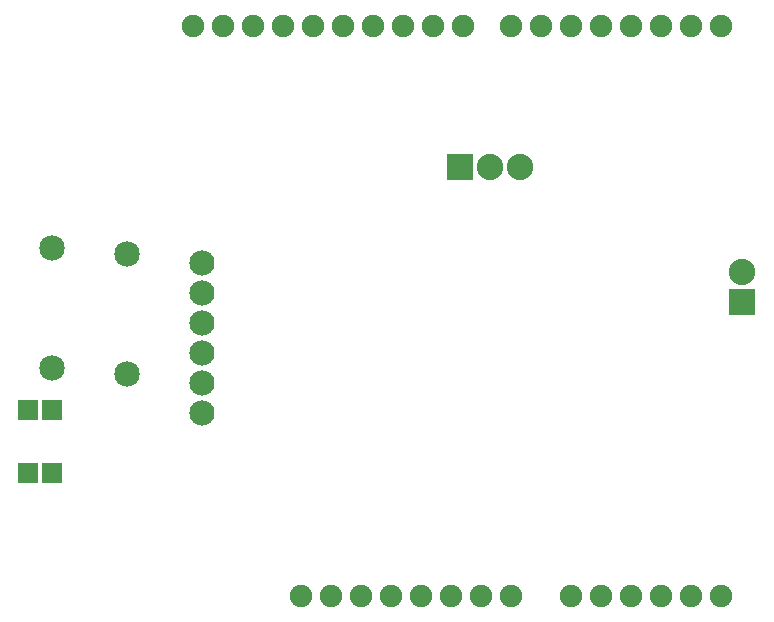
<source format=gts>
G04 MADE WITH FRITZING*
G04 WWW.FRITZING.ORG*
G04 DOUBLE SIDED*
G04 HOLES PLATED*
G04 CONTOUR ON CENTER OF CONTOUR VECTOR*
%ASAXBY*%
%FSLAX23Y23*%
%MOIN*%
%OFA0B0*%
%SFA1.0B1.0*%
%ADD10C,0.075278*%
%ADD11C,0.084000*%
%ADD12C,0.088000*%
%ADD13C,0.085000*%
%ADD14R,0.065118X0.069055*%
%ADD15R,0.088000X0.088000*%
%LNMASK1*%
G90*
G70*
G54D10*
X2132Y222D03*
X2232Y222D03*
X2332Y222D03*
X2432Y222D03*
X2532Y222D03*
X1672Y2122D03*
X1572Y2122D03*
X1472Y2122D03*
X1372Y2122D03*
X1272Y2122D03*
X1172Y2122D03*
X1072Y2122D03*
X972Y2122D03*
X872Y2122D03*
X772Y2122D03*
X2532Y2122D03*
X2432Y2122D03*
X2332Y2122D03*
X2232Y2122D03*
X2132Y2122D03*
X2032Y2122D03*
X1932Y2122D03*
X1832Y2122D03*
X1232Y222D03*
X1132Y222D03*
X1332Y222D03*
X1432Y222D03*
X1532Y222D03*
X1632Y222D03*
X1732Y222D03*
X1832Y222D03*
X2032Y222D03*
G54D11*
X802Y832D03*
X802Y932D03*
X802Y1032D03*
X802Y1132D03*
X802Y1232D03*
X802Y1332D03*
G54D12*
X2602Y1202D03*
X2602Y1302D03*
X1662Y1652D03*
X1762Y1652D03*
X1862Y1652D03*
G54D13*
X302Y1382D03*
X302Y982D03*
X552Y962D03*
X552Y1362D03*
G54D14*
X222Y632D03*
X302Y632D03*
G54D15*
X2602Y1202D03*
G54D14*
X222Y842D03*
X302Y842D03*
G54D15*
X1662Y1652D03*
G04 End of Mask1*
M02*
</source>
